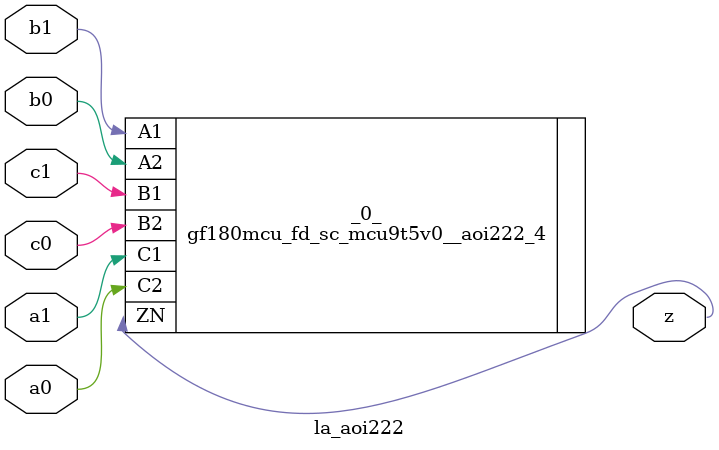
<source format=v>

/* Generated by Yosys 0.44 (git sha1 80ba43d26, g++ 11.4.0-1ubuntu1~22.04 -fPIC -O3) */

(* top =  1  *)
(* src = "inputs/la_aoi222.v:10.1-24.10" *)
module la_aoi222 (
    a0,
    a1,
    b0,
    b1,
    c0,
    c1,
    z
);
  (* src = "inputs/la_aoi222.v:13.12-13.14" *)
  input a0;
  wire a0;
  (* src = "inputs/la_aoi222.v:14.12-14.14" *)
  input a1;
  wire a1;
  (* src = "inputs/la_aoi222.v:15.12-15.14" *)
  input b0;
  wire b0;
  (* src = "inputs/la_aoi222.v:16.12-16.14" *)
  input b1;
  wire b1;
  (* src = "inputs/la_aoi222.v:17.12-17.14" *)
  input c0;
  wire c0;
  (* src = "inputs/la_aoi222.v:18.12-18.14" *)
  input c1;
  wire c1;
  (* src = "inputs/la_aoi222.v:19.12-19.13" *)
  output z;
  wire z;
  gf180mcu_fd_sc_mcu9t5v0__aoi222_4 _0_ (
      .A1(b1),
      .A2(b0),
      .B1(c1),
      .B2(c0),
      .C1(a1),
      .C2(a0),
      .ZN(z)
  );
endmodule

</source>
